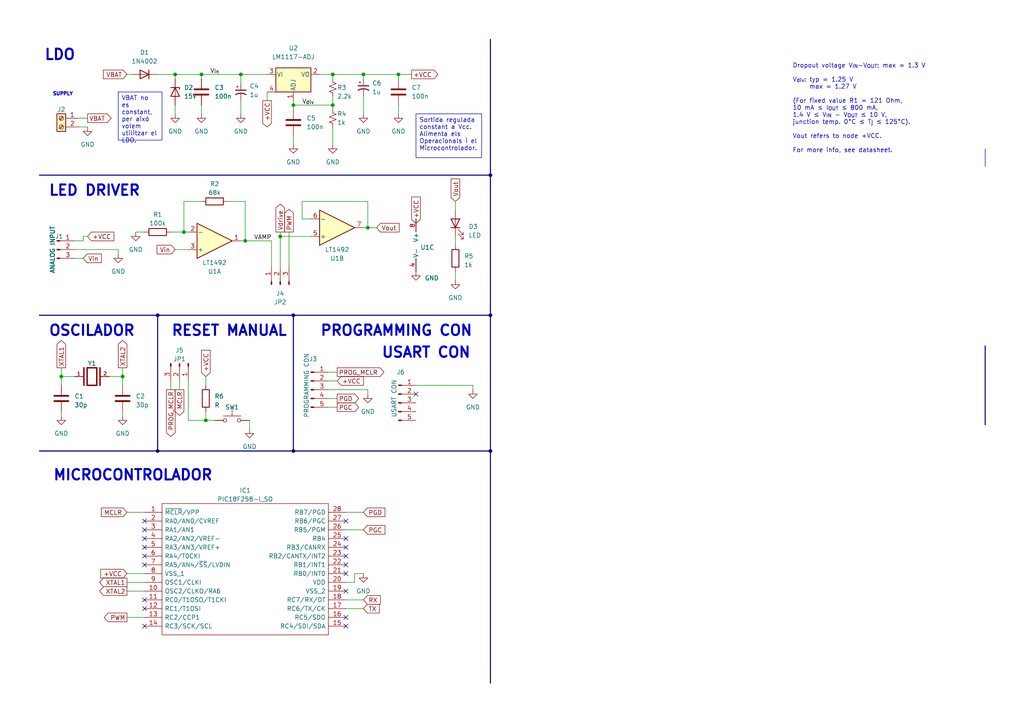
<source format=kicad_sch>
(kicad_sch (version 20230121) (generator eeschema)
  (paper "A4")
  (lib_symbols
    (symbol "ABLS2-16.000MHZ-D4Y-T:ABLS2-16.000MHZ-D4Y-T" (pin_names (offset 1.016))
      (property "Reference" "Y" (at -5.0878 3.8159 0))
      (property "Value" "ABLS2-16.000MHZ-D4Y-T" (at -5.0944 -5.0944 0))
      (symbol "ABLS2-16.000MHZ-D4Y-T_0_0"
        (polyline (pts (xy -2.3368 2.54) (xy -2.3368 -2.54)) (stroke (width 0.4064)))
        (polyline (pts (xy -1.397 2.54) (xy -1.397 -2.54)) (stroke (width 0.4064)))
        (polyline (pts (xy -1.397 2.54) (xy 1.397 2.54)) (stroke (width 0.4064)))
        (polyline (pts (xy 1.397 -2.54) (xy -1.397 -2.54)) (stroke (width 0.4064)))
        (polyline (pts (xy 1.397 2.54) (xy 1.397 -2.54)) (stroke (width 0.4064)))
        (polyline (pts (xy 2.3368 2.54) (xy 2.3368 -2.54)) (stroke (width 0.4064)))
        (pin passive line (at -5.08 0 0) (length 2.54) (name "~") (number "1"))
        (pin passive line (at 5.08 0 180) (length 2.54) (name "~") (number "2"))
      )
    )
    (symbol "Amplifier_Operational:LT1492" (pin_names (offset 0.127))
      (property "Reference" "U" (at 0 5.08 0))
      (property "Value" "LT1492" (at 0 -5.08 0))
      (symbol "LT1492_1_1"
        (polyline (pts (xy -5.08 5.08) (xy 5.08 0) (xy -5.08 -5.08) (xy -5.08 5.08)) (stroke (width 0.254)) (fill (type background)))
        (pin output line (at 7.62 0 180) (length 2.54) (name "~") (number "1"))
        (pin input line (at -7.62 -2.54 0) (length 2.54) (name "-") (number "2"))
        (pin input line (at -7.62 2.54 0) (length 2.54) (name "+") (number "3"))
      )
      (symbol "LT1492_2_1"
        (polyline (pts (xy -5.08 5.08) (xy 5.08 0) (xy -5.08 -5.08) (xy -5.08 5.08)) (stroke (width 0.254)) (fill (type background)))
        (pin input line (at -7.62 2.54 0) (length 2.54) (name "+") (number "5"))
        (pin input line (at -7.62 -2.54 0) (length 2.54) (name "-") (number "6"))
        (pin output line (at 7.62 0 180) (length 2.54) (name "~") (number "7"))
      )
      (symbol "LT1492_3_1"
        (pin power_in line (at -2.54 -7.62 90) (length 3.81) (name "V-") (number "4"))
        (pin power_in line (at -2.54 7.62 270) (length 3.81) (name "V+") (number "8"))
      )
    )
    (symbol "Connector:Conn_01x03_Pin" (pin_names (offset 1.016) hide)
      (property "Reference" "J" (at 0 5.08 0))
      (property "Value" "Conn_01x03_Pin" (at 0 -5.08 0))
      (symbol "Conn_01x03_Pin_1_1"
        (polyline (pts (xy 1.27 -2.54) (xy 0.8636 -2.54)) (stroke (width 0.1524)))
        (polyline (pts (xy 1.27 0) (xy 0.8636 0)) (stroke (width 0.1524)))
        (polyline (pts (xy 1.27 2.54) (xy 0.8636 2.54)) (stroke (width 0.1524)))
        (rectangle (start 0.8636 -2.413) (end 0 -2.667) (stroke (width 0.1524)) (fill (type outline)))
        (rectangle (start 0.8636 0.127) (end 0 -0.127) (stroke (width 0.1524)) (fill (type outline)))
        (rectangle (start 0.8636 2.667) (end 0 2.413) (stroke (width 0.1524)) (fill (type outline)))
        (pin passive line (at 5.08 2.54 180) (length 3.81) (name "Pin_1") (number "1"))
        (pin passive line (at 5.08 0 180) (length 3.81) (name "Pin_2") (number "2"))
        (pin passive line (at 5.08 -2.54 180) (length 3.81) (name "Pin_3") (number "3"))
      )
    )
    (symbol "Connector:Conn_01x05_Pin" (pin_names (offset 1.016) hide)
      (property "Reference" "J" (at 0 7.62 0))
      (property "Value" "Conn_01x05_Pin" (at 0 -7.62 0))
      (symbol "Conn_01x05_Pin_1_1"
        (polyline (pts (xy 1.27 -5.08) (xy 0.8636 -5.08)) (stroke (width 0.1524)))
        (polyline (pts (xy 1.27 -2.54) (xy 0.8636 -2.54)) (stroke (width 0.1524)))
        (polyline (pts (xy 1.27 0) (xy 0.8636 0)) (stroke (width 0.1524)))
        (polyline (pts (xy 1.27 2.54) (xy 0.8636 2.54)) (stroke (width 0.1524)))
        (polyline (pts (xy 1.27 5.08) (xy 0.8636 5.08)) (stroke (width 0.1524)))
        (rectangle (start 0.8636 -4.953) (end 0 -5.207) (stroke (width 0.1524)) (fill (type outline)))
        (rectangle (start 0.8636 -2.413) (end 0 -2.667) (stroke (width 0.1524)) (fill (type outline)))
        (rectangle (start 0.8636 0.127) (end 0 -0.127) (stroke (width 0.1524)) (fill (type outline)))
        (rectangle (start 0.8636 2.667) (end 0 2.413) (stroke (width 0.1524)) (fill (type outline)))
        (rectangle (start 0.8636 5.207) (end 0 4.953) (stroke (width 0.1524)) (fill (type outline)))
        (pin passive line (at 5.08 5.08 180) (length 3.81) (name "Pin_1") (number "1"))
        (pin passive line (at 5.08 2.54 180) (length 3.81) (name "Pin_2") (number "2"))
        (pin passive line (at 5.08 0 180) (length 3.81) (name "Pin_3") (number "3"))
        (pin passive line (at 5.08 -2.54 180) (length 3.81) (name "Pin_4") (number "4"))
        (pin passive line (at 5.08 -5.08 180) (length 3.81) (name "Pin_5") (number "5"))
      )
    )
    (symbol "Connector:Screw_Terminal_01x02" (pin_names (offset 1.016) hide)
      (property "Reference" "J" (at 0 2.54 0))
      (property "Value" "Screw_Terminal_01x02" (at 0 -5.08 0))
      (symbol "Screw_Terminal_01x02_1_1"
        (rectangle (start -1.27 1.27) (end 1.27 -3.81) (stroke (width 0.254)) (fill (type background)))
        (circle (center 0 -2.54) (radius 0.635) (stroke (width 0.1524)))
        (polyline (pts (xy -0.5334 -2.2098) (xy 0.3302 -3.048)) (stroke (width 0.1524)))
        (polyline (pts (xy -0.5334 0.3302) (xy 0.3302 -0.508)) (stroke (width 0.1524)))
        (polyline (pts (xy -0.3556 -2.032) (xy 0.508 -2.8702)) (stroke (width 0.1524)))
        (polyline (pts (xy -0.3556 0.508) (xy 0.508 -0.3302)) (stroke (width 0.1524)))
        (circle (center 0 0) (radius 0.635) (stroke (width 0.1524)))
        (pin passive line (at -5.08 0 0) (length 3.81) (name "Pin_1") (number "1"))
        (pin passive line (at -5.08 -2.54 0) (length 3.81) (name "Pin_2") (number "2"))
      )
    )
    (symbol "Device:C" (pin_numbers hide) (pin_names (offset 0.254))
      (property "Reference" "C" (at 0.635 2.54 0))
      (property "Value" "C" (at 0.635 -2.54 0))
      (symbol "C_0_1"
        (polyline (pts (xy -2.032 -0.762) (xy 2.032 -0.762)) (stroke (width 0.508)))
        (polyline (pts (xy -2.032 0.762) (xy 2.032 0.762)) (stroke (width 0.508)))
      )
      (symbol "C_1_1"
        (pin passive line (at 0 3.81 270) (length 2.794) (name "~") (number "1"))
        (pin passive line (at 0 -3.81 90) (length 2.794) (name "~") (number "2"))
      )
    )
    (symbol "Device:C_Polarized_Small_US" (pin_numbers hide) (pin_names (offset 0.254) hide)
      (property "Reference" "C" (at 0.254 1.778 0))
      (property "Value" "C_Polarized_Small_US" (at 0.254 -2.032 0))
      (symbol "C_Polarized_Small_US_0_1"
        (polyline (pts (xy -1.524 0.508) (xy 1.524 0.508)) (stroke (width 0.3048)))
        (polyline (pts (xy -1.27 1.524) (xy -0.762 1.524)))
        (polyline (pts (xy -1.016 1.27) (xy -1.016 1.778)))
        (arc (start 1.524 -0.762) (mid 0 -0.3734) (end -1.524 -0.762) (stroke (width 0.3048)))
      )
      (symbol "C_Polarized_Small_US_1_1"
        (pin passive line (at 0 2.54 270) (length 2.032) (name "~") (number "1"))
        (pin passive line (at 0 -2.54 90) (length 2.032) (name "~") (number "2"))
      )
    )
    (symbol "Device:D_Zener" (pin_numbers hide) (pin_names (offset 1.016) hide)
      (property "Reference" "D" (at 0 2.54 0))
      (property "Value" "D_Zener" (at 0 -2.54 0))
      (symbol "D_Zener_0_1"
        (polyline (pts (xy 1.27 0) (xy -1.27 0)))
        (polyline (pts (xy -1.27 -1.27) (xy -1.27 1.27) (xy -0.762 1.27)) (stroke (width 0.254)))
        (polyline (pts (xy 1.27 -1.27) (xy 1.27 1.27) (xy -1.27 0) (xy 1.27 -1.27)) (stroke (width 0.254)))
      )
      (symbol "D_Zener_1_1"
        (pin passive line (at -3.81 0 0) (length 2.54) (name "K") (number "1"))
        (pin passive line (at 3.81 0 180) (length 2.54) (name "A") (number "2"))
      )
    )
    (symbol "Device:LED" (pin_numbers hide) (pin_names (offset 1.016) hide)
      (property "Reference" "D" (at 0 2.54 0))
      (property "Value" "LED" (at 0 -2.54 0))
      (symbol "LED_0_1"
        (polyline (pts (xy -1.27 -1.27) (xy -1.27 1.27)) (stroke (width 0.254)))
        (polyline (pts (xy -1.27 0) (xy 1.27 0)))
        (polyline (pts (xy 1.27 -1.27) (xy 1.27 1.27) (xy -1.27 0) (xy 1.27 -1.27)) (stroke (width 0.254)))
        (polyline (pts (xy -3.048 -0.762) (xy -4.572 -2.286) (xy -3.81 -2.286) (xy -4.572 -2.286) (xy -4.572 -1.524)))
        (polyline (pts (xy -1.778 -0.762) (xy -3.302 -2.286) (xy -2.54 -2.286) (xy -3.302 -2.286) (xy -3.302 -1.524)))
      )
      (symbol "LED_1_1"
        (pin passive line (at -3.81 0 0) (length 2.54) (name "K") (number "1"))
        (pin passive line (at 3.81 0 180) (length 2.54) (name "A") (number "2"))
      )
    )
    (symbol "Device:R" (pin_numbers hide) (pin_names (offset 0))
      (property "Reference" "R" (at 2.032 0 90))
      (property "Value" "R" (at 0 0 90))
      (symbol "R_0_1"
        (rectangle (start -1.016 -2.54) (end 1.016 2.54) (stroke (width 0.254)))
      )
      (symbol "R_1_1"
        (pin passive line (at 0 3.81 270) (length 1.27) (name "~") (number "1"))
        (pin passive line (at 0 -3.81 90) (length 1.27) (name "~") (number "2"))
      )
    )
    (symbol "Device:R_Small_US" (pin_numbers hide) (pin_names (offset 0.254) hide)
      (property "Reference" "R" (at 0.762 0.508 0))
      (property "Value" "R_Small_US" (at 0.762 -1.016 0))
      (symbol "R_Small_US_1_1"
        (polyline (pts (xy 0 0) (xy 1.016 -0.381) (xy 0 -0.762) (xy -1.016 -1.143) (xy 0 -1.524)))
        (polyline (pts (xy 0 1.524) (xy 1.016 1.143) (xy 0 0.762) (xy -1.016 0.381) (xy 0 0)))
        (pin passive line (at 0 2.54 270) (length 1.016) (name "~") (number "1"))
        (pin passive line (at 0 -2.54 90) (length 1.016) (name "~") (number "2"))
      )
    )
    (symbol "Diode:1N4002" (pin_numbers hide) (pin_names hide)
      (property "Reference" "D" (at 0 2.54 0))
      (property "Value" "1N4002" (at 0 -2.54 0))
      (symbol "1N4002_0_1"
        (polyline (pts (xy -1.27 1.27) (xy -1.27 -1.27)) (stroke (width 0.254)))
        (polyline (pts (xy 1.27 0) (xy -1.27 0)))
        (polyline (pts (xy 1.27 1.27) (xy 1.27 -1.27) (xy -1.27 0) (xy 1.27 1.27)) (stroke (width 0.254)))
      )
      (symbol "1N4002_1_1"
        (pin passive line (at -3.81 0 0) (length 2.54) (name "K") (number "1"))
        (pin passive line (at 3.81 0 180) (length 2.54) (name "A") (number "2"))
      )
    )
    (symbol "PIC18F258-I_SO:PIC18F258-I_SO" (pin_names (offset 0.762))
      (property "Reference" "IC" (at 54.61 7.62 0))
      (property "Value" "PIC18F258-I_SO" (at 54.61 5.08 0))
      (symbol "PIC18F258-I_SO_0_0"
        (pin passive line (at 0 0 0) (length 5.08) (name "~{MCLR}/VPP") (number "1"))
        (pin passive line (at 0 -22.86 0) (length 5.08) (name "OSC2/CLKO/RA6") (number "10"))
        (pin passive line (at 0 -25.4 0) (length 5.08) (name "RC0/T1OSO/T1CKI") (number "11"))
        (pin passive line (at 0 -27.94 0) (length 5.08) (name "RC1/T1OSI") (number "12"))
        (pin passive line (at 0 -30.48 0) (length 5.08) (name "RC2/CCP1") (number "13"))
        (pin passive line (at 0 -33.02 0) (length 5.08) (name "RC3/SCK/SCL") (number "14"))
        (pin passive line (at 58.42 -33.02 180) (length 5.08) (name "RC4/SDI/SDA") (number "15"))
        (pin passive line (at 58.42 -30.48 180) (length 5.08) (name "RC5/SDO") (number "16"))
        (pin passive line (at 58.42 -27.94 180) (length 5.08) (name "RC6/TX/CK") (number "17"))
        (pin passive line (at 58.42 -25.4 180) (length 5.08) (name "RC7/RX/DT") (number "18"))
        (pin passive line (at 58.42 -22.86 180) (length 5.08) (name "VSS_2") (number "19"))
        (pin passive line (at 0 -2.54 0) (length 5.08) (name "RA0/AN0/CVREF") (number "2"))
        (pin passive line (at 58.42 -20.32 180) (length 5.08) (name "VDD") (number "20"))
        (pin passive line (at 58.42 -17.78 180) (length 5.08) (name "RB0/INT0") (number "21"))
        (pin passive line (at 58.42 -15.24 180) (length 5.08) (name "RB1/INT1") (number "22"))
        (pin passive line (at 58.42 -12.7 180) (length 5.08) (name "RB2/CANTX/INT2") (number "23"))
        (pin passive line (at 58.42 -10.16 180) (length 5.08) (name "RB3/CANRX") (number "24"))
        (pin passive line (at 58.42 -7.62 180) (length 5.08) (name "RB4") (number "25"))
        (pin passive line (at 58.42 -5.08 180) (length 5.08) (name "RB5/PGM") (number "26"))
        (pin passive line (at 58.42 -2.54 180) (length 5.08) (name "RB6/PGC") (number "27"))
        (pin passive line (at 58.42 0 180) (length 5.08) (name "RB7/PGD") (number "28"))
        (pin passive line (at 0 -5.08 0) (length 5.08) (name "RA1/AN1") (number "3"))
        (pin passive line (at 0 -7.62 0) (length 5.08) (name "RA2/AN2/VREF-") (number "4"))
        (pin passive line (at 0 -10.16 0) (length 5.08) (name "RA3/AN3/VREF+") (number "5"))
        (pin passive line (at 0 -12.7 0) (length 5.08) (name "RA4/T0CKI") (number "6"))
        (pin passive line (at 0 -15.24 0) (length 5.08) (name "RA5/AN4/~{SS}/LVDIN") (number "7"))
        (pin passive line (at 0 -17.78 0) (length 5.08) (name "VSS_1") (number "8"))
        (pin passive line (at 0 -20.32 0) (length 5.08) (name "OSC1/CLKI") (number "9"))
      )
      (symbol "PIC18F258-I_SO_0_1"
        (polyline (pts (xy 5.08 2.54) (xy 53.34 2.54) (xy 53.34 -35.56) (xy 5.08 -35.56) (xy 5.08 2.54)) (stroke (width 0.1524)))
      )
    )
    (symbol "Regulator_Linear:LM1117-ADJ" (pin_names (offset 0.254))
      (property "Reference" "U2" (at 0 7.62 0))
      (property "Value" "LM1117-ADJ" (at 0 5.08 0))
      (symbol "LM1117-ADJ_0_1"
        (rectangle (start -5.08 -5.08) (end 5.08 1.905) (stroke (width 0.254)) (fill (type background)))
      )
      (symbol "LM1117-ADJ_1_1"
        (pin input line (at 0 -7.62 90) (length 2.54) (name "ADJ") (number "1"))
        (pin power_out line (at 7.62 0 180) (length 2.54) (name "VO") (number "2"))
        (pin power_in line (at -7.62 0 0) (length 2.54) (name "VI") (number "3"))
        (pin passive line (at -7.62 -5.08 0) (length 2.54) (name "") (number "4"))
      )
    )
    (symbol "Switch:SW_Push" (pin_numbers hide) (pin_names (offset 1.016) hide)
      (property "Reference" "SW" (at 1.27 2.54 0))
      (property "Value" "SW_Push" (at 0 -1.524 0))
      (symbol "SW_Push_0_1"
        (circle (center -2.032 0) (radius 0.508))
        (polyline (pts (xy 0 1.27) (xy 0 3.048)))
        (polyline (pts (xy 2.54 1.27) (xy -2.54 1.27)))
        (circle (center 2.032 0) (radius 0.508))
        (pin passive line (at -5.08 0 0) (length 2.54) (name "1") (number "1"))
        (pin passive line (at 5.08 0 180) (length 2.54) (name "2") (number "2"))
      )
    )
    (symbol "power:GND" (power) (pin_names (offset 0))
      (property "Value" "GND" (at 0 -3.81 0))
      (symbol "GND_0_1"
        (polyline (pts (xy 0 0) (xy 0 -1.27) (xy 1.27 -1.27) (xy 0 -2.54) (xy -1.27 -1.27) (xy 0 -1.27)))
      )
      (symbol "GND_1_1"
        (pin power_in line (at 0 0 270) (length 0) hide (name "GND") (number "1"))
      )
    )
  )
  (junction (at 71.12 69.85))
  (junction (at 45.72 130.81))
  (junction (at 142.24 50.8))
  (junction (at 96.52 21.59))
  (junction (at 53.34 67.31))
  (junction (at 106.68 66.04))
  (junction (at 81.28 68.58))
  (junction (at 85.09 30.48))
  (junction (at 142.24 91.44))
  (junction (at 96.52 30.48))
  (junction (at 59.69 121.92))
  (junction (at 69.85 21.59))
  (junction (at 50.8 21.59))
  (junction (at 85.09 91.44))
  (junction (at 142.24 130.81))
  (junction (at 85.09 130.81))
  (junction (at 17.78 109.22))
  (junction (at 58.42 21.59))
  (junction (at 35.56 109.22))
  (junction (at 115.57 21.59))
  (junction (at 45.72 91.44))
  (junction (at 105.41 21.59))
  (no_connect (at 41.91 156.21))
  (no_connect (at 100.33 156.21))
  (no_connect (at 41.91 158.75))
  (no_connect (at 41.91 173.99))
  (no_connect (at 100.33 163.83))
  (no_connect (at 100.33 171.45))
  (no_connect (at 41.91 176.53))
  (no_connect (at 100.33 179.07))
  (no_connect (at 100.33 161.29))
  (no_connect (at 100.33 166.37))
  (no_connect (at 100.33 181.61))
  (no_connect (at 100.33 151.13))
  (no_connect (at 41.91 153.67))
  (no_connect (at 41.91 181.61))
  (no_connect (at 120.65 114.3))
  (no_connect (at 41.91 161.29))
  (no_connect (at 41.91 151.13))
  (no_connect (at 100.33 158.75))
  (no_connect (at 41.91 163.83))
  (wire (pts (xy 81.28 68.58) (xy 81.28 77.47)))
  (bus (pts (xy 142.24 11.43) (xy 142.24 50.8)))
  (wire (pts (xy 34.29 72.39) (xy 34.29 73.66)))
  (wire (pts (xy 50.8 72.39) (xy 54.61 72.39)))
  (wire (pts (xy 96.52 21.59) (xy 96.52 22.86)))
  (bus (pts (xy 85.09 91.44) (xy 142.24 91.44)))
  (wire (pts (xy 24.13 69.85) (xy 24.13 68.58)))
  (bus (pts (xy 85.09 130.81) (xy 142.24 130.81)))
  (wire (pts (xy 69.85 69.85) (xy 71.12 69.85)))
  (wire (pts (xy 54.61 67.31) (xy 53.34 67.31)))
  (wire (pts (xy 54.61 110.49) (xy 54.61 121.92)))
  (wire (pts (xy 35.56 109.22) (xy 35.56 111.76)))
  (wire (pts (xy 100.33 153.67) (xy 105.41 153.67)))
  (wire (pts (xy 115.57 21.59) (xy 119.38 21.59)))
  (bus (pts (xy 45.72 91.44) (xy 85.09 91.44)))
  (wire (pts (xy 36.83 166.37) (xy 41.91 166.37)))
  (wire (pts (xy 69.85 21.59) (xy 77.47 21.59)))
  (wire (pts (xy 106.68 58.42) (xy 106.68 66.04)))
  (wire (pts (xy 95.25 110.49) (xy 97.79 110.49)))
  (wire (pts (xy 36.83 179.07) (xy 41.91 179.07)))
  (wire (pts (xy 95.25 118.11) (xy 97.79 118.11)))
  (bus (pts (xy 142.24 130.81) (xy 142.24 198.12)))
  (wire (pts (xy 120.65 111.76) (xy 137.16 111.76)))
  (bus (pts (xy 11.43 130.81) (xy 45.72 130.81)))
  (wire (pts (xy 137.16 111.76) (xy 137.16 113.03)))
  (wire (pts (xy 96.52 21.59) (xy 105.41 21.59)))
  (wire (pts (xy 78.74 69.85) (xy 78.74 77.47)))
  (wire (pts (xy 17.78 109.22) (xy 17.78 111.76)))
  (wire (pts (xy 50.8 21.59) (xy 50.8 22.86)))
  (wire (pts (xy 105.41 21.59) (xy 115.57 21.59)))
  (wire (pts (xy 72.39 121.92) (xy 72.39 124.46)))
  (wire (pts (xy 31.75 109.22) (xy 35.56 109.22)))
  (wire (pts (xy 36.83 171.45) (xy 41.91 171.45)))
  (wire (pts (xy 105.41 27.94) (xy 105.41 33.02)))
  (wire (pts (xy 53.34 58.42) (xy 58.42 58.42)))
  (bus (pts (xy 285.75 100.33) (xy 285.75 123.19)))
  (wire (pts (xy 17.78 119.38) (xy 17.78 120.65)))
  (bus (pts (xy 85.09 91.44) (xy 85.09 130.81)))
  (wire (pts (xy 115.57 21.59) (xy 115.57 22.86)))
  (bus (pts (xy 142.24 50.8) (xy 142.24 91.44)))
  (wire (pts (xy 95.25 113.03) (xy 106.68 113.03)))
  (wire (pts (xy 54.61 121.92) (xy 59.69 121.92)))
  (wire (pts (xy 96.52 30.48) (xy 96.52 31.75)))
  (wire (pts (xy 17.78 109.22) (xy 21.59 109.22)))
  (wire (pts (xy 102.87 166.37) (xy 105.41 166.37)))
  (wire (pts (xy 106.68 66.04) (xy 109.22 66.04)))
  (wire (pts (xy 59.69 111.76) (xy 59.69 109.22)))
  (wire (pts (xy 35.56 119.38) (xy 35.56 120.65)))
  (wire (pts (xy 58.42 21.59) (xy 69.85 21.59)))
  (wire (pts (xy 77.47 29.21) (xy 77.47 26.67)))
  (bus (pts (xy 11.43 50.8) (xy 142.24 50.8)))
  (wire (pts (xy 49.53 110.49) (xy 49.53 113.03)))
  (wire (pts (xy 115.57 30.48) (xy 115.57 33.02)))
  (wire (pts (xy 36.83 168.91) (xy 41.91 168.91)))
  (wire (pts (xy 87.63 58.42) (xy 87.63 63.5)))
  (wire (pts (xy 102.87 166.37) (xy 102.87 168.91)))
  (wire (pts (xy 106.68 113.03) (xy 106.68 114.3)))
  (wire (pts (xy 87.63 58.42) (xy 106.68 58.42)))
  (wire (pts (xy 95.25 107.95) (xy 97.79 107.95)))
  (bus (pts (xy 45.72 130.81) (xy 85.09 130.81)))
  (wire (pts (xy 83.82 67.31) (xy 83.82 77.47)))
  (wire (pts (xy 105.41 66.04) (xy 106.68 66.04)))
  (wire (pts (xy 71.12 58.42) (xy 71.12 69.85)))
  (wire (pts (xy 17.78 106.68) (xy 17.78 109.22)))
  (bus (pts (xy 45.72 91.44) (xy 45.72 130.81)))
  (wire (pts (xy 120.65 64.77) (xy 120.65 63.5)))
  (wire (pts (xy 69.85 29.21) (xy 69.85 33.02)))
  (wire (pts (xy 24.13 68.58) (xy 25.4 68.58)))
  (wire (pts (xy 66.04 58.42) (xy 71.12 58.42)))
  (wire (pts (xy 95.25 115.57) (xy 97.79 115.57)))
  (wire (pts (xy 96.52 36.83) (xy 96.52 41.91)))
  (bus (pts (xy 11.43 91.44) (xy 45.72 91.44)))
  (wire (pts (xy 21.59 69.85) (xy 24.13 69.85)))
  (wire (pts (xy 100.33 148.59) (xy 105.41 148.59)))
  (wire (pts (xy 81.28 68.58) (xy 90.17 68.58)))
  (wire (pts (xy 36.83 148.59) (xy 41.91 148.59)))
  (wire (pts (xy 85.09 29.21) (xy 85.09 30.48)))
  (wire (pts (xy 85.09 30.48) (xy 85.09 31.75)))
  (wire (pts (xy 52.07 110.49) (xy 52.07 113.03)))
  (wire (pts (xy 100.33 173.99) (xy 105.41 173.99)))
  (wire (pts (xy 36.83 21.59) (xy 38.1 21.59)))
  (wire (pts (xy 81.28 67.31) (xy 81.28 68.58)))
  (wire (pts (xy 49.53 67.31) (xy 53.34 67.31)))
  (wire (pts (xy 50.8 21.59) (xy 58.42 21.59)))
  (wire (pts (xy 21.59 72.39) (xy 34.29 72.39)))
  (wire (pts (xy 100.33 176.53) (xy 105.41 176.53)))
  (wire (pts (xy 85.09 30.48) (xy 96.52 30.48)))
  (wire (pts (xy 35.56 106.68) (xy 35.56 109.22)))
  (wire (pts (xy 25.4 34.29) (xy 22.86 34.29)))
  (wire (pts (xy 90.17 63.5) (xy 87.63 63.5)))
  (wire (pts (xy 71.12 69.85) (xy 78.74 69.85)))
  (wire (pts (xy 96.52 27.94) (xy 96.52 30.48)))
  (wire (pts (xy 21.59 74.93) (xy 24.13 74.93)))
  (wire (pts (xy 39.37 67.31) (xy 41.91 67.31)))
  (polyline (pts (xy 285.75 43.18) (xy 285.75 48.26)))
  (wire (pts (xy 102.87 168.91) (xy 100.33 168.91)))
  (wire (pts (xy 105.41 21.59) (xy 105.41 22.86)))
  (wire (pts (xy 59.69 121.92) (xy 62.23 121.92)))
  (wire (pts (xy 69.85 21.59) (xy 69.85 24.13)))
  (wire (pts (xy 85.09 39.37) (xy 85.09 41.91)))
  (wire (pts (xy 58.42 21.59) (xy 58.42 22.86)))
  (bus (pts (xy 142.24 130.81) (xy 142.24 91.44)))
  (wire (pts (xy 59.69 121.92) (xy 59.69 119.38)))
  (wire (pts (xy 45.72 21.59) (xy 50.8 21.59)))
  (wire (pts (xy 25.4 36.83) (xy 22.86 36.83)))
  (wire (pts (xy 132.08 58.42) (xy 132.08 60.96)))
  (wire (pts (xy 132.08 78.74) (xy 132.08 81.28)))
  (wire (pts (xy 50.8 30.48) (xy 50.8 33.02)))
  (wire (pts (xy 53.34 67.31) (xy 53.34 58.42)))
  (wire (pts (xy 132.08 68.58) (xy 132.08 71.12)))
  (wire (pts (xy 58.42 30.48) (xy 58.42 33.02)))
  (wire (pts (xy 92.71 21.59) (xy 96.52 21.59)))
  (text_box "VBAT no es constant, per això volem utilitzar el LDO." (at 34.29 26.67 0) (size 12.7 13.97) (effects (font (size 1.27 1.27)) (justify left top)))
  (text_box "Sortida regulada constant a Vcc. Alimenta els Operacionals i el Microcontrolador." (at 120.65 33.02 0) (size 19.05 12.7) (effects (font (size 1.27 1.27)) (justify left top)))
  (text "USART CON" (at 110.49 104.14 0) (effects (font (size 3 3) bold) (justify left bottom)))
  (text "Dropout voltage V_{IN}-V_{OUT}: max = 1.3 V\n\nV_{div}: typ = 1.25 V\n	max = 1.27 V\n\n(For fixed value R1 = 121 Ohm,\n10 mA ≤ I_{OUT} ≤ 800 mA,\n1.4 V ≤ V_{IN} - V_{OUT} ≤ 10 V,\njunction temp. 0°C ≤ T_{j} ≤ 125°C).\n\nVout refers to node +VCC.\n\nFor more info, see datasheet." (at 229.87 44.45 0) (effects (font (size 1.27 1.27)) (justify left bottom)))
  (text "RESET MANUAL" (at 49.53 97.79 0) (effects (font (size 3 3) bold) (justify left bottom)))
  (text "MICROCONTROLADOR" (at 15.24 139.7 0) (effects (font (size 3 3) bold) (justify left bottom)))
  (text "OSCILADOR" (at 13.97 97.79 0) (effects (font (size 3 3) bold) (justify left bottom)))
  (text "PROGRAMMING CON" (at 92.71 97.79 0) (effects (font (size 3 3) bold) (justify left bottom)))
  (text "SUPPLY" (at 15.24 27.94 0) (effects (font (size 1 1) (thickness 0.6) bold) (justify left bottom)))
  (text "LED DRIVER" (at 13.97 57.15 0) (effects (font (size 3 3) bold) (justify left bottom)))
  (text "LDO" (at 12.7 17.78 0) (effects (font (size 3 3) bold) (justify left bottom)))
  (label "V_{in}" (at 60.96 21.59 0))
  (label "VAMP" (at 73.66 69.85 0))
  (label "V_{div}" (at 87.63 30.48 0))
  (global_label "PGC" (shape output) (at 97.79 118.11 0) (property "Intersheetrefs" "${INTERSHEET_REFS}" (effects hide)))
  (global_label "XTAL1" (shape output) (at 36.83 168.91 180) (property "Intersheetrefs" "${INTERSHEET_REFS}" (effects hide)))
  (global_label "PGD" (shape output) (at 97.79 115.57 0) (property "Intersheetrefs" "${INTERSHEET_REFS}" (effects hide)))
  (global_label "PGD" (shape input) (at 105.41 148.59 0) (property "Intersheetrefs" "${INTERSHEET_REFS}" (effects hide)))
  (global_label "PWM" (shape output) (at 83.82 67.31 90) (property "Intersheetrefs" "${INTERSHEET_REFS}" (effects hide)))
  (global_label "XTAL1" (shape output) (at 17.78 106.68 90) (property "Intersheetrefs" "${INTERSHEET_REFS}" (effects hide)))
  (global_label "MCLR" (shape input) (at 36.83 148.59 180) (property "Intersheetrefs" "${INTERSHEET_REFS}" (effects hide)))
  (global_label "VBAT" (shape input) (at 36.83 21.59 180) (property "Intersheetrefs" "${INTERSHEET_REFS}" (effects hide)))
  (global_label "+VCC" (shape output) (at 119.38 21.59 0) (property "Intersheetrefs" "${INTERSHEET_REFS}" (effects hide)))
  (global_label "MCLR" (shape output) (at 52.07 113.03 270) (property "Intersheetrefs" "${INTERSHEET_REFS}" (effects hide)))
  (global_label "XTAL2" (shape output) (at 35.56 106.68 90) (property "Intersheetrefs" "${INTERSHEET_REFS}" (effects hide)))
  (global_label "+VCC" (shape input) (at 59.69 109.22 90) (property "Intersheetrefs" "${INTERSHEET_REFS}" (effects hide)))
  (global_label "+VCC" (shape input) (at 36.83 166.37 180) (property "Intersheetrefs" "${INTERSHEET_REFS}" (effects hide)))
  (global_label "PROG_MCLR" (shape output) (at 49.53 113.03 270) (property "Intersheetrefs" "${INTERSHEET_REFS}" (effects hide)))
  (global_label "Vin" (shape input) (at 50.8 72.39 180) (property "Intersheetrefs" "${INTERSHEET_REFS}" (effects hide)))
  (global_label "Vin" (shape input) (at 24.13 74.93 0) (property "Intersheetrefs" "${INTERSHEET_REFS}" (effects hide)))
  (global_label "Vdrive" (shape output) (at 81.28 67.31 90) (property "Intersheetrefs" "${INTERSHEET_REFS}" (effects hide)))
  (global_label "+VCC" (shape input) (at 120.65 64.77 90) (property "Intersheetrefs" "${INTERSHEET_REFS}" (effects hide)))
  (global_label "Vout" (shape input) (at 132.08 58.42 90) (property "Intersheetrefs" "${INTERSHEET_REFS}" (effects hide)))
  (global_label "+VCC" (shape input) (at 97.79 110.49 0) (property "Intersheetrefs" "${INTERSHEET_REFS}" (effects hide)))
  (global_label "PROG_MCLR" (shape output) (at 97.79 107.95 0) (property "Intersheetrefs" "${INTERSHEET_REFS}" (effects hide)))
  (global_label "TX" (shape input) (at 105.41 176.53 0) (property "Intersheetrefs" "${INTERSHEET_REFS}" (effects hide)))
  (global_label "VBAT" (shape output) (at 25.4 34.29 0) (property "Intersheetrefs" "${INTERSHEET_REFS}" (effects hide)))
  (global_label "RX" (shape input) (at 105.41 173.99 0) (property "Intersheetrefs" "${INTERSHEET_REFS}" (effects hide)))
  (global_label "PGC" (shape input) (at 105.41 153.67 0) (property "Intersheetrefs" "${INTERSHEET_REFS}" (effects hide)))
  (global_label "+VCC" (shape output) (at 77.47 29.21 270) (property "Intersheetrefs" "${INTERSHEET_REFS}" (effects hide)))
  (global_label "Vout" (shape input) (at 109.22 66.04 0) (property "Intersheetrefs" "${INTERSHEET_REFS}" (effects hide)))
  (global_label "+VCC" (shape input) (at 25.4 68.58 0) (property "Intersheetrefs" "${INTERSHEET_REFS}" (effects hide)))
  (global_label "PWM" (shape output) (at 36.83 179.07 180) (property "Intersheetrefs" "${INTERSHEET_REFS}" (effects hide)))
  (global_label "XTAL2" (shape output) (at 36.83 171.45 180) (property "Intersheetrefs" "${INTERSHEET_REFS}" (effects hide)))
  (symbol (lib_id "power:GND") (at 17.78 120.65 0) (unit 1)
    (property "Reference" "#PWR01" (effects hide))
    (property "Value" "GND" (at 17.78 125.73 0))
  )
  (symbol (lib_id "power:GND") (at 120.65 78.74 0) (unit 1)
    (property "Reference" "#PWR06" (effects hide))
    (property "Value" "GND" (at 123.19 80.645 0) (effects (justify left)))
  )
  (symbol (lib_id "power:GND") (at 35.56 120.65 0) (unit 1)
    (property "Reference" "#PWR02" (effects hide))
    (property "Value" "GND" (at 35.56 125.73 0))
  )
  (symbol (lib_id "Connector:Conn_01x03_Pin") (at 81.28 82.55 90) (unit 1)
    (property "Reference" "J4" (at 81.28 85.09 90))
    (property "Value" "JP2" (at 81.28 87.63 90))
    (property "Footprint" "Connector_PinSocket_2.54mm:PinSocket_1x03_P2.54mm_Vertical" (effects hide))
  )
  (symbol (lib_id "Device:C") (at 85.09 35.56 0) (unit 1)
    (property "Reference" "C5" (at 88.9 34.2899 0) (effects (justify left)))
    (property "Value" "100n" (at 88.9 36.8299 0) (effects (justify left)))
    (property "Footprint" "Capacitor_SMD:C_0805_2012Metric" (effects hide))
  )
  (symbol (lib_id "power:GND") (at 25.4 36.83 0) (unit 1)
    (property "Reference" "#PWR03" (effects hide))
    (property "Value" "GND" (at 25.4 41.91 0))
  )
  (symbol (lib_id "power:GND") (at 50.8 33.02 0) (unit 1)
    (property "Reference" "#PWR05" (effects hide))
    (property "Value" "GND" (at 50.8 38.1 0))
  )
  (symbol (lib_id "Connector:Conn_01x05_Pin") (at 115.57 116.84 0) (unit 1)
    (property "Reference" "J6" (at 116.205 107.95 0))
    (property "Value" "USART CON" (at 114.3 115.57 90))
    (property "Footprint" "Connector_PinSocket_2.54mm:PinSocket_1x05_P2.54mm_Vertical" (effects hide))
  )
  (symbol (lib_id "Amplifier_Operational:LT1492") (at 97.79 66.04 0) (mirror x) (unit 2)
    (property "Reference" "U1" (at 97.79 74.93 0))
    (property "Value" "LT1492" (at 97.79 72.39 0))
    (property "Footprint" "Package_SO:SOIC-8_3.9x4.9mm_P1.27mm" (effects hide))
    (property "Datasheet" "https://www.analog.com/media/en/technical-documentation/data-sheets/14923f.pdf" (effects hide))
  )
  (symbol (lib_id "Device:C") (at 17.78 115.57 0) (unit 1)
    (property "Reference" "C1" (at 21.59 114.935 0) (effects (justify left)))
    (property "Value" "30p" (at 21.59 117.475 0) (effects (justify left)))
    (property "Footprint" "Capacitor_SMD:C_0805_2012Metric" (effects hide))
  )
  (symbol (lib_id "Connector:Conn_01x03_Pin") (at 52.07 105.41 270) (unit 1)
    (property "Reference" "J5" (at 52.07 101.6 90))
    (property "Value" "JP1" (at 52.07 104.14 90))
    (property "Footprint" "Connector_PinSocket_2.54mm:PinSocket_1x03_P2.54mm_Vertical" (effects hide))
  )
  (symbol (lib_id "Amplifier_Operational:LT1492") (at 123.19 71.12 0) (unit 3)
    (property "Reference" "U1" (at 121.92 71.755 0) (effects (justify left)))
    (property "Value" "LT1492" (effects hide))
    (property "Footprint" "Package_SO:SOIC-8_3.9x4.9mm_P1.27mm" (effects hide))
    (property "Datasheet" "https://www.analog.com/media/en/technical-documentation/data-sheets/14923f.pdf" (effects hide))
  )
  (symbol (lib_id "Diode:1N4002") (at 41.91 21.59 0) (mirror y) (unit 1)
    (property "Reference" "D1" (at 41.91 15.24 0))
    (property "Value" "1N4002" (at 41.91 17.78 0))
    (property "Footprint" "Diode_THT:D_DO-41_SOD81_P10.16mm_Horizontal" (effects hide))
    (property "Datasheet" "http://www.vishay.com/docs/88503/1n4001.pdf" (effects hide))
  )
  (symbol (lib_id "Device:R") (at 45.72 67.31 90) (unit 1)
    (property "Reference" "R1" (at 45.72 62.23 90))
    (property "Value" "100k" (at 45.72 64.77 90))
    (property "Footprint" "Resistor_SMD:R_1206_3216Metric" (effects hide))
  )
  (symbol (lib_id "ABLS2-16.000MHZ-D4Y-T:ABLS2-16.000MHZ-D4Y-T") (at 26.67 109.22 0) (unit 1)
    (property "Reference" "Y1" (at 26.67 105.41 0))
    (property "Value" "ABLS2-16.000MHZ-D4Y-T" (effects hide))
    (property "Footprint" "Oscillator:XTAL_ABLS2-16.000MHZ-D4Y-T" (effects hide))
    (property "PARTREV" "11.15.2016" (effects hide))
    (property "MAXIMUM_PACKAGE_HEIGHT" "3.3 mm" (effects hide))
    (property "STANDARD" "Manufacturer Recommendations" (effects hide))
    (property "MANUFACTURER" "Abracon" (effects hide))
  )
  (symbol (lib_id "power:GND") (at 85.09 41.91 0) (unit 1)
    (property "Reference" "#PWR09" (effects hide))
    (property "Value" "GND" (at 85.09 46.99 0))
  )
  (symbol (lib_id "Regulator_Linear:LM1117-ADJ") (at 85.09 21.59 0) (unit 1)
    (property "Reference" "U2" (at 85.09 13.97 0))
    (property "Value" "LM1117-ADJ" (at 85.09 16.51 0))
    (property "Footprint" "Package_TO_SOT_THT:TO-220-3_Horizontal_TabDown" (effects hide))
    (property "Datasheet" "http://www.ti.com/lit/ds/symlink/lm1117.pdf" (effects hide))
  )
  (symbol (lib_id "Device:LED") (at 132.08 64.77 90) (unit 1)
    (property "Reference" "D3" (at 135.89 65.7225 90) (effects (justify right)))
    (property "Value" "LED" (at 135.89 68.2625 90) (effects (justify right)))
    (property "Footprint" "Diode_THT:D_A-405_P2.54mm_Vertical_AnodeUp" (effects hide))
  )
  (symbol (lib_id "power:GND") (at 132.08 81.28 0) (unit 1)
    (property "Reference" "#PWR011" (effects hide))
    (property "Value" "GND" (at 132.08 86.36 0))
  )
  (symbol (lib_id "Device:R") (at 59.69 115.57 0) (unit 1)
    (property "Reference" "R6" (at 62.23 114.935 0) (effects (justify left)))
    (property "Value" "R" (at 62.23 117.475 0) (effects (justify left)))
    (property "Footprint" "Resistor_SMD:R_1206_3216Metric" (effects hide))
  )
  (symbol (lib_id "Device:D_Zener") (at 50.8 26.67 270) (unit 1)
    (property "Reference" "D2" (at 53.34 25.3999 90) (effects (justify left)))
    (property "Value" "15V" (at 53.34 27.94 90) (effects (justify left)))
    (property "Footprint" "Diode_THT:D_5W_P5.08mm_Vertical_AnodeUp" (effects hide))
  )
  (symbol (lib_id "Device:C") (at 58.42 26.67 0) (unit 1)
    (property "Reference" "C3" (at 62.23 25.3999 0) (effects (justify left)))
    (property "Value" "100n" (at 62.23 27.9399 0) (effects (justify left)))
    (property "Footprint" "Capacitor_SMD:C_0805_2012Metric" (effects hide))
  )
  (symbol (lib_id "Switch:SW_Push") (at 67.31 121.92 0) (unit 1)
    (property "Reference" "SW1" (at 67.31 118.11 0))
    (property "Value" "SW_Push" (effects hide))
    (property "Footprint" "Button_Switch_SMD:SW_Push_SPST_NO_Alps_SKRK" (effects hide))
  )
  (symbol (lib_id "Device:C_Polarized_Small_US") (at 105.41 25.4 0) (unit 1)
    (property "Reference" "C6" (at 107.95 24.13 0) (effects (justify left)))
    (property "Value" "1u" (at 107.95 26.67 0) (effects (justify left)))
    (property "Footprint" "Capacitor_THT:C_Disc_D3.0mm_W1.6mm_P2.50mm" (effects hide))
  )
  (symbol (lib_id "Device:C_Polarized_Small_US") (at 69.85 26.67 0) (unit 1)
    (property "Reference" "C4" (at 72.39 24.9681 0) (effects (justify left)))
    (property "Value" "1u" (at 72.39 27.5081 0) (effects (justify left)))
    (property "Footprint" "Capacitor_THT:C_Disc_D3.0mm_W1.6mm_P2.50mm" (effects hide))
  )
  (symbol (lib_id "Device:R_Small_US") (at 96.52 25.4 0) (unit 1)
    (property "Reference" "R3" (at 97.79 25.4 0) (effects (justify left)))
    (property "Value" "2.2k" (at 97.79 27.94 0) (effects (justify left)))
    (property "Footprint" "Resistor_SMD:R_0805_2012Metric" (effects hide))
  )
  (symbol (lib_id "Connector:Screw_Terminal_01x02") (at 17.78 34.29 0) (mirror y) (unit 1)
    (property "Reference" "J2" (at 17.78 31.75 0))
    (property "Value" "Screw_Terminal_01x02" (effects hide))
    (property "Footprint" "Connector_PinSocket_2.54mm:PinSocket_1x02_P2.54mm_Vertical" (effects hide))
  )
  (symbol (lib_id "Connector:Conn_01x03_Pin") (at 16.51 72.39 0) (unit 1)
    (property "Reference" "J1" (at 17.145 68.58 0))
    (property "Value" "ANALOG INPUT" (at 15.24 72.39 90) (effects (font bold)))
    (property "Footprint" "Connector_PinSocket_2.54mm:PinSocket_1x03_P2.54mm_Vertical" (effects hide))
  )
  (symbol (lib_id "Device:R") (at 62.23 58.42 90) (unit 1)
    (property "Reference" "R2" (at 62.23 53.34 90))
    (property "Value" "68k" (at 62.23 55.88 90))
    (property "Footprint" "Resistor_SMD:R_1206_3216Metric" (effects hide))
  )
  (symbol (lib_id "Device:C") (at 115.57 26.67 0) (unit 1)
    (property "Reference" "C7" (at 119.38 25.3999 0) (effects (justify left)))
    (property "Value" "100n" (at 119.38 27.9399 0) (effects (justify left)))
    (property "Footprint" "Capacitor_SMD:C_0805_2012Metric" (effects hide))
  )
  (symbol (lib_id "power:GND") (at 34.29 73.66 0) (unit 1)
    (property "Reference" "#PWR014" (effects hide))
    (property "Value" "GND" (at 34.29 78.74 0))
  )
  (symbol (lib_id "power:GND") (at 72.39 124.46 0) (unit 1)
    (property "Reference" "#PWR015" (effects hide))
    (property "Value" "GND" (at 72.39 129.54 0))
  )
  (symbol (lib_id "power:GND") (at 115.57 33.02 0) (unit 1)
    (property "Reference" "#PWR013" (effects hide))
    (property "Value" "GND" (at 115.57 38.1 0))
  )
  (symbol (lib_id "power:GND") (at 39.37 67.31 0) (unit 1)
    (property "Reference" "#PWR04" (effects hide))
    (property "Value" "GND" (at 39.37 72.39 0))
  )
  (symbol (lib_id "power:GND") (at 105.41 33.02 0) (unit 1)
    (property "Reference" "#PWR012" (effects hide))
    (property "Value" "GND" (at 105.41 38.1 0))
  )
  (symbol (lib_id "Connector:Conn_01x05_Pin") (at 90.17 113.03 0) (unit 1)
    (property "Reference" "J3" (at 90.805 104.14 0))
    (property "Value" "PROGRAMMING CON" (at 88.9 111.76 90))
    (property "Footprint" "Connector_PinSocket_2.54mm:PinSocket_1x05_P2.54mm_Vertical" (effects hide))
  )
  (symbol (lib_id "power:GND") (at 105.41 166.37 0) (unit 1)
    (property "Reference" "#PWR018" (effects hide))
    (property "Value" "GND" (at 105.41 171.45 0))
  )
  (symbol (lib_id "Device:C") (at 35.56 115.57 0) (unit 1)
    (property "Reference" "C2" (at 39.37 114.935 0) (effects (justify left)))
    (property "Value" "30p" (at 39.37 117.475 0) (effects (justify left)))
    (property "Footprint" "Capacitor_SMD:C_0805_2012Metric" (effects hide))
  )
  (symbol (lib_id "power:GND") (at 137.16 113.03 0) (unit 1)
    (property "Reference" "#PWR016" (effects hide))
    (property "Value" "GND" (at 137.16 118.11 0))
  )
  (symbol (lib_id "power:GND") (at 69.85 33.02 0) (unit 1)
    (property "Reference" "#PWR08" (effects hide))
    (property "Value" "GND" (at 69.85 38.1 0))
  )
  (symbol (lib_id "Amplifier_Operational:LT1492") (at 62.23 69.85 0) (mirror x) (unit 1)
    (property "Reference" "U1" (at 62.23 78.74 0))
    (property "Value" "LT1492" (at 62.23 76.2 0))
    (property "Footprint" "Package_SO:SOIC-8_3.9x4.9mm_P1.27mm" (effects hide))
    (property "Datasheet" "https://www.analog.com/media/en/technical-documentation/data-sheets/14923f.pdf" (effects hide))
  )
  (symbol (lib_id "Device:R") (at 132.08 74.93 0) (unit 1)
    (property "Reference" "R5" (at 134.62 74.295 0) (effects (justify left)))
    (property "Value" "1k" (at 134.62 76.835 0) (effects (justify left)))
    (property "Footprint" "Resistor_THT:R_Axial_DIN0204_L3.6mm_D1.6mm_P5.08mm_Horizontal" (effects hide))
  )
  (symbol (lib_id "power:GND") (at 106.68 114.3 0) (unit 1)
    (property "Reference" "#PWR017" (effects hide))
    (property "Value" "GND" (at 106.68 119.38 0))
  )
  (symbol (lib_id "Device:R_Small_US") (at 96.52 34.29 0) (unit 1)
    (property "Reference" "R4" (at 97.79 33.02 0) (effects (justify left)))
    (property "Value" "1k" (at 97.79 35.56 0) (effects (justify left)))
    (property "Footprint" "Resistor_SMD:R_0805_2012Metric" (effects hide))
  )
  (symbol (lib_id "power:GND") (at 96.52 41.91 0) (unit 1)
    (property "Reference" "#PWR010" (effects hide))
    (property "Value" "GND" (at 96.52 46.99 0))
  )
  (symbol (lib_id "power:GND") (at 58.42 33.02 0) (unit 1)
    (property "Reference" "#PWR07" (effects hide))
    (property "Value" "GND" (at 58.42 38.1 0))
  )
  (symbol (lib_id "PIC18F258-I_SO:PIC18F258-I_SO") (at 41.91 148.59 0) (unit 1)
    (property "Reference" "IC1" (at 71.12 142.24 0))
    (property "Value" "PIC18F258-I_SO" (at 71.12 144.78 0))
    (property "Footprint" "Package_SO:SOIC-28W_7.5x17.9mm_P1.27mm" (effects hide))
    (property "Datasheet" "https://datasheet.datasheetarchive.com/originals/distributors/Datasheets-35/DSA-681538.pdf" (effects hide))
    (property "Description" "Microcontroller,PIC18F258-I/SO 40MHz" (effects hide))
    (property "Height" "2.64" (effects hide))
    (property "Manufacturer_Name" "Microchip" (effects hide))
    (property "Manufacturer_Part_Number" "PIC18F258-I/SO" (effects hide))
    (property "Mouser Part Number" "579-PIC18F258-I/SO" (effects hide))
    (property "Mouser Price/Stock" "https://www.mouser.co.uk/ProductDetail/Microchip-Technology-Atmel/PIC18F258-I-SO?qs=uMUszenkLLJD5g8PY%252BN5ow%3D%3D" (effects hide))
    (property "Arrow Part Number" "PIC18F258-I/SO" (effects hide))
    (property "Arrow Price/Stock" "https://www.arrow.com/en/products/pic18f258-iso/microchip-technology" (effects hide))
  )
)
</source>
